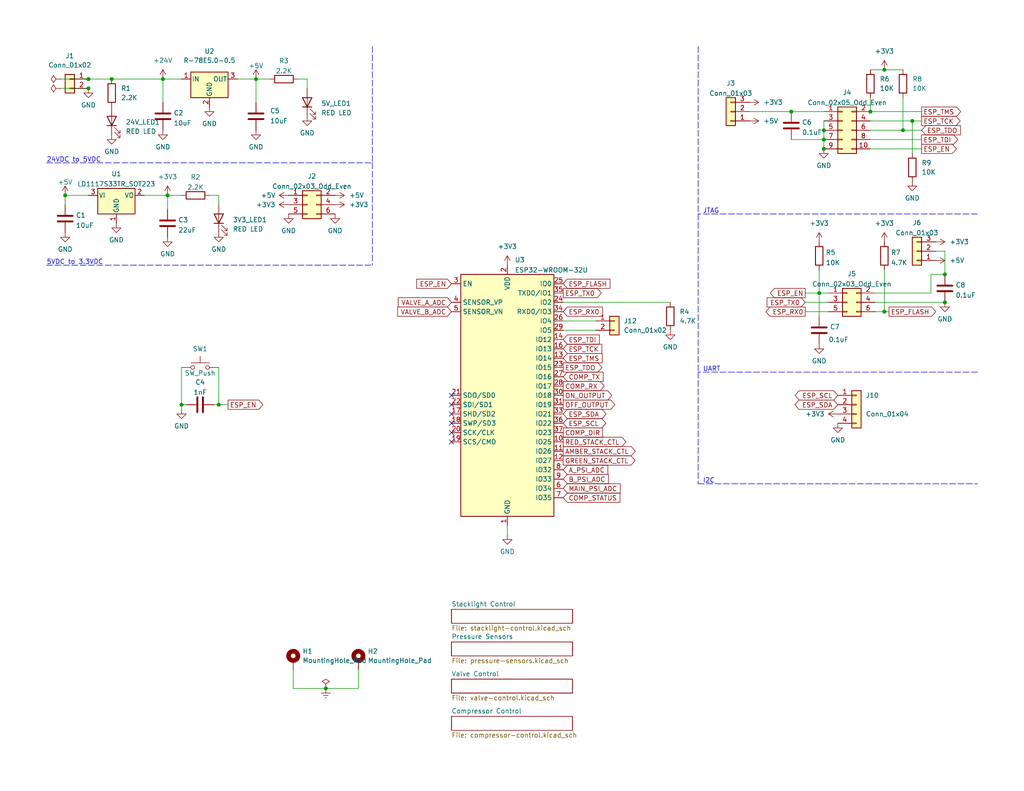
<source format=kicad_sch>
(kicad_sch (version 20211123) (generator eeschema)
  (paper "A")
  (title_block (title "ESPHome Air Compressor Controller Board") (date "2022-10-17") (rev "1") (company "i3Detroit"))
  (lib_symbols
    (symbol "Connector_Generic:Conn_01x02" (pin_names (offset 1.016) hide)
      (property "Reference" "J" (at 0 2.54 0))
      (property "Value" "Conn_01x02" (at 0 -5.08 0))
      (symbol "Conn_01x02_1_1"
        (rectangle (start -1.27 -2.413) (end 0 -2.667) (stroke (width 0.1524)))
        (rectangle (start -1.27 0.127) (end 0 -0.127) (stroke (width 0.1524)))
        (rectangle (start -1.27 1.27) (end 1.27 -3.81) (stroke (width 0.254)) (fill (type background)))
        (pin passive line (at -5.08 0 0) (length 3.81) (name "Pin_1") (number "1"))
        (pin passive line (at -5.08 -2.54 0) (length 3.81) (name "Pin_2") (number "2"))
      )
    )
    (symbol "Connector_Generic:Conn_01x03" (pin_names (offset 1.016) hide)
      (property "Reference" "J" (at 0 5.08 0))
      (property "Value" "Conn_01x03" (at 0 -5.08 0))
      (symbol "Conn_01x03_1_1"
        (rectangle (start -1.27 -2.413) (end 0 -2.667) (stroke (width 0.1524)))
        (rectangle (start -1.27 0.127) (end 0 -0.127) (stroke (width 0.1524)))
        (rectangle (start -1.27 2.667) (end 0 2.413) (stroke (width 0.1524)))
        (rectangle (start -1.27 3.81) (end 1.27 -3.81) (stroke (width 0.254)) (fill (type background)))
        (pin passive line (at -5.08 2.54 0) (length 3.81) (name "Pin_1") (number "1"))
        (pin passive line (at -5.08 0 0) (length 3.81) (name "Pin_2") (number "2"))
        (pin passive line (at -5.08 -2.54 0) (length 3.81) (name "Pin_3") (number "3"))
      )
    )
    (symbol "Connector_Generic:Conn_01x04" (pin_names (offset 1.016) hide)
      (property "Reference" "J" (at 0 5.08 0))
      (property "Value" "Conn_01x04" (at 0 -7.62 0))
      (symbol "Conn_01x04_1_1"
        (rectangle (start -1.27 -4.953) (end 0 -5.207) (stroke (width 0.1524)))
        (rectangle (start -1.27 -2.413) (end 0 -2.667) (stroke (width 0.1524)))
        (rectangle (start -1.27 0.127) (end 0 -0.127) (stroke (width 0.1524)))
        (rectangle (start -1.27 2.667) (end 0 2.413) (stroke (width 0.1524)))
        (rectangle (start -1.27 3.81) (end 1.27 -6.35) (stroke (width 0.254)) (fill (type background)))
        (pin passive line (at -5.08 2.54 0) (length 3.81) (name "Pin_1") (number "1"))
        (pin passive line (at -5.08 0 0) (length 3.81) (name "Pin_2") (number "2"))
        (pin passive line (at -5.08 -2.54 0) (length 3.81) (name "Pin_3") (number "3"))
        (pin passive line (at -5.08 -5.08 0) (length 3.81) (name "Pin_4") (number "4"))
      )
    )
    (symbol "Connector_Generic:Conn_02x03_Odd_Even" (pin_names (offset 1.016) hide)
      (property "Reference" "J" (at 1.27 5.08 0))
      (property "Value" "Conn_02x03_Odd_Even" (at 1.27 -5.08 0))
      (symbol "Conn_02x03_Odd_Even_1_1"
        (rectangle (start -1.27 -2.413) (end 0 -2.667) (stroke (width 0.1524)))
        (rectangle (start -1.27 0.127) (end 0 -0.127) (stroke (width 0.1524)))
        (rectangle (start -1.27 2.667) (end 0 2.413) (stroke (width 0.1524)))
        (rectangle (start -1.27 3.81) (end 3.81 -3.81) (stroke (width 0.254)) (fill (type background)))
        (rectangle (start 3.81 -2.413) (end 2.54 -2.667) (stroke (width 0.1524)))
        (rectangle (start 3.81 0.127) (end 2.54 -0.127) (stroke (width 0.1524)))
        (rectangle (start 3.81 2.667) (end 2.54 2.413) (stroke (width 0.1524)))
        (pin passive line (at -5.08 2.54 0) (length 3.81) (name "Pin_1") (number "1"))
        (pin passive line (at 7.62 2.54 180) (length 3.81) (name "Pin_2") (number "2"))
        (pin passive line (at -5.08 0 0) (length 3.81) (name "Pin_3") (number "3"))
        (pin passive line (at 7.62 0 180) (length 3.81) (name "Pin_4") (number "4"))
        (pin passive line (at -5.08 -2.54 0) (length 3.81) (name "Pin_5") (number "5"))
        (pin passive line (at 7.62 -2.54 180) (length 3.81) (name "Pin_6") (number "6"))
      )
    )
    (symbol "Connector_Generic:Conn_02x05_Odd_Even" (pin_names (offset 1.016) hide)
      (property "Reference" "J" (at 1.27 7.62 0))
      (property "Value" "Conn_02x05_Odd_Even" (at 1.27 -7.62 0))
      (symbol "Conn_02x05_Odd_Even_1_1"
        (rectangle (start -1.27 -4.953) (end 0 -5.207) (stroke (width 0.1524)))
        (rectangle (start -1.27 -2.413) (end 0 -2.667) (stroke (width 0.1524)))
        (rectangle (start -1.27 0.127) (end 0 -0.127) (stroke (width 0.1524)))
        (rectangle (start -1.27 2.667) (end 0 2.413) (stroke (width 0.1524)))
        (rectangle (start -1.27 5.207) (end 0 4.953) (stroke (width 0.1524)))
        (rectangle (start -1.27 6.35) (end 3.81 -6.35) (stroke (width 0.254)) (fill (type background)))
        (rectangle (start 3.81 -4.953) (end 2.54 -5.207) (stroke (width 0.1524)))
        (rectangle (start 3.81 -2.413) (end 2.54 -2.667) (stroke (width 0.1524)))
        (rectangle (start 3.81 0.127) (end 2.54 -0.127) (stroke (width 0.1524)))
        (rectangle (start 3.81 2.667) (end 2.54 2.413) (stroke (width 0.1524)))
        (rectangle (start 3.81 5.207) (end 2.54 4.953) (stroke (width 0.1524)))
        (pin passive line (at -5.08 5.08 0) (length 3.81) (name "Pin_1") (number "1"))
        (pin passive line (at 7.62 -5.08 180) (length 3.81) (name "Pin_10") (number "10"))
        (pin passive line (at 7.62 5.08 180) (length 3.81) (name "Pin_2") (number "2"))
        (pin passive line (at -5.08 2.54 0) (length 3.81) (name "Pin_3") (number "3"))
        (pin passive line (at 7.62 2.54 180) (length 3.81) (name "Pin_4") (number "4"))
        (pin passive line (at -5.08 0 0) (length 3.81) (name "Pin_5") (number "5"))
        (pin passive line (at 7.62 0 180) (length 3.81) (name "Pin_6") (number "6"))
        (pin passive line (at -5.08 -2.54 0) (length 3.81) (name "Pin_7") (number "7"))
        (pin passive line (at 7.62 -2.54 180) (length 3.81) (name "Pin_8") (number "8"))
        (pin passive line (at -5.08 -5.08 0) (length 3.81) (name "Pin_9") (number "9"))
      )
    )
    (symbol "Device:C" (pin_numbers hide) (pin_names (offset 0.254))
      (property "Reference" "C" (at 0.635 2.54 0))
      (property "Value" "C" (at 0.635 -2.54 0))
      (symbol "C_0_1"
        (polyline (pts (xy -2.032 -0.762) (xy 2.032 -0.762)) (stroke (width 0.508)))
        (polyline (pts (xy -2.032 0.762) (xy 2.032 0.762)) (stroke (width 0.508)))
      )
      (symbol "C_1_1"
        (pin passive line (at 0 3.81 270) (length 2.794) (name "~") (number "1"))
        (pin passive line (at 0 -3.81 90) (length 2.794) (name "~") (number "2"))
      )
    )
    (symbol "Device:LED" (pin_numbers hide) (pin_names (offset 1.016) hide)
      (property "Reference" "D" (at 0 2.54 0))
      (property "Value" "LED" (at 0 -2.54 0))
      (symbol "LED_0_1"
        (polyline (pts (xy -1.27 -1.27) (xy -1.27 1.27)) (stroke (width 0.254)))
        (polyline (pts (xy -1.27 0) (xy 1.27 0)))
        (polyline (pts (xy 1.27 -1.27) (xy 1.27 1.27) (xy -1.27 0) (xy 1.27 -1.27)) (stroke (width 0.254)))
        (polyline (pts (xy -3.048 -0.762) (xy -4.572 -2.286) (xy -3.81 -2.286) (xy -4.572 -2.286) (xy -4.572 -1.524)))
        (polyline (pts (xy -1.778 -0.762) (xy -3.302 -2.286) (xy -2.54 -2.286) (xy -3.302 -2.286) (xy -3.302 -1.524)))
      )
      (symbol "LED_1_1"
        (pin passive line (at -3.81 0 0) (length 2.54) (name "K") (number "1"))
        (pin passive line (at 3.81 0 180) (length 2.54) (name "A") (number "2"))
      )
    )
    (symbol "Device:R" (pin_numbers hide) (pin_names (offset 0))
      (property "Reference" "R" (at 2.032 0 90))
      (property "Value" "R" (at 0 0 90))
      (symbol "R_0_1"
        (rectangle (start -1.016 -2.54) (end 1.016 2.54) (stroke (width 0.254)))
      )
      (symbol "R_1_1"
        (pin passive line (at 0 3.81 270) (length 1.27) (name "~") (number "1"))
        (pin passive line (at 0 -3.81 90) (length 1.27) (name "~") (number "2"))
      )
    )
    (symbol "Mechanical:MountingHole_Pad" (pin_numbers hide) (pin_names (offset 1.016) hide)
      (property "Reference" "H" (at 0 6.35 0))
      (property "Value" "MountingHole_Pad" (at 0 4.445 0))
      (symbol "MountingHole_Pad_0_1"
        (circle (center 0 1.27) (radius 1.27) (stroke (width 1.27)))
      )
      (symbol "MountingHole_Pad_1_1"
        (pin input line (at 0 -2.54 90) (length 2.54) (name "1") (number "1"))
      )
    )
    (symbol "RF_Module:ESP32-WROOM-32U"
      (property "Reference" "U" (at -12.7 34.29 0))
      (property "Value" "ESP32-WROOM-32U" (at 1.27 34.29 0))
      (symbol "ESP32-WROOM-32U_0_1"
        (rectangle (start -12.7 33.02) (end 12.7 -33.02) (stroke (width 0.254)) (fill (type background)))
      )
      (symbol "ESP32-WROOM-32U_1_1"
        (pin power_in line (at 0 -35.56 90) (length 2.54) (name "GND") (number "1"))
        (pin bidirectional line (at 15.24 -12.7 180) (length 2.54) (name "IO25") (number "10"))
        (pin bidirectional line (at 15.24 -15.24 180) (length 2.54) (name "IO26") (number "11"))
        (pin bidirectional line (at 15.24 -17.78 180) (length 2.54) (name "IO27") (number "12"))
        (pin bidirectional line (at 15.24 10.16 180) (length 2.54) (name "IO14") (number "13"))
        (pin bidirectional line (at 15.24 15.24 180) (length 2.54) (name "IO12") (number "14"))
        (pin passive line (at 0 -35.56 90) (length 2.54) hide (name "GND") (number "15"))
        (pin bidirectional line (at 15.24 12.7 180) (length 2.54) (name "IO13") (number "16"))
        (pin bidirectional line (at -15.24 -5.08 0) (length 2.54) (name "SHD/SD2") (number "17"))
        (pin bidirectional line (at -15.24 -7.62 0) (length 2.54) (name "SWP/SD3") (number "18"))
        (pin bidirectional line (at -15.24 -12.7 0) (length 2.54) (name "SCS/CMD") (number "19"))
        (pin power_in line (at 0 35.56 270) (length 2.54) (name "VDD") (number "2"))
        (pin bidirectional line (at -15.24 -10.16 0) (length 2.54) (name "SCK/CLK") (number "20"))
        (pin bidirectional line (at -15.24 0 0) (length 2.54) (name "SDO/SD0") (number "21"))
        (pin bidirectional line (at -15.24 -2.54 0) (length 2.54) (name "SDI/SD1") (number "22"))
        (pin bidirectional line (at 15.24 7.62 180) (length 2.54) (name "IO15") (number "23"))
        (pin bidirectional line (at 15.24 25.4 180) (length 2.54) (name "IO2") (number "24"))
        (pin bidirectional line (at 15.24 30.48 180) (length 2.54) (name "IO0") (number "25"))
        (pin bidirectional line (at 15.24 20.32 180) (length 2.54) (name "IO4") (number "26"))
        (pin bidirectional line (at 15.24 5.08 180) (length 2.54) (name "IO16") (number "27"))
        (pin bidirectional line (at 15.24 2.54 180) (length 2.54) (name "IO17") (number "28"))
        (pin bidirectional line (at 15.24 17.78 180) (length 2.54) (name "IO5") (number "29"))
        (pin input line (at -15.24 30.48 0) (length 2.54) (name "EN") (number "3"))
        (pin bidirectional line (at 15.24 0 180) (length 2.54) (name "IO18") (number "30"))
        (pin bidirectional line (at 15.24 -2.54 180) (length 2.54) (name "IO19") (number "31"))
        (pin no_connect line (at -12.7 -27.94 0) (length 2.54) hide (name "NC") (number "32"))
        (pin bidirectional line (at 15.24 -5.08 180) (length 2.54) (name "IO21") (number "33"))
        (pin bidirectional line (at 15.24 22.86 180) (length 2.54) (name "RXD0/IO3") (number "34"))
        (pin bidirectional line (at 15.24 27.94 180) (length 2.54) (name "TXD0/IO1") (number "35"))
        (pin bidirectional line (at 15.24 -7.62 180) (length 2.54) (name "IO22") (number "36"))
        (pin bidirectional line (at 15.24 -10.16 180) (length 2.54) (name "IO23") (number "37"))
        (pin passive line (at 0 -35.56 90) (length 2.54) hide (name "GND") (number "38"))
        (pin passive line (at 0 -35.56 90) (length 2.54) hide (name "GND") (number "39"))
        (pin input line (at -15.24 25.4 0) (length 2.54) (name "SENSOR_VP") (number "4"))
        (pin input line (at -15.24 22.86 0) (length 2.54) (name "SENSOR_VN") (number "5"))
        (pin input line (at 15.24 -25.4 180) (length 2.54) (name "IO34") (number "6"))
        (pin input line (at 15.24 -27.94 180) (length 2.54) (name "IO35") (number "7"))
        (pin bidirectional line (at 15.24 -20.32 180) (length 2.54) (name "IO32") (number "8"))
        (pin bidirectional line (at 15.24 -22.86 180) (length 2.54) (name "IO33") (number "9"))
      )
    )
    (symbol "Regulator_Linear:LD1117S33TR_SOT223" (pin_names (offset 0.254))
      (property "Reference" "U" (at -3.81 3.175 0))
      (property "Value" "LD1117S33TR_SOT223" (at 0 3.175 0))
      (symbol "LD1117S33TR_SOT223_0_1"
        (rectangle (start -5.08 -5.08) (end 5.08 1.905) (stroke (width 0.254)) (fill (type background)))
      )
      (symbol "LD1117S33TR_SOT223_1_1"
        (pin power_in line (at 0 -7.62 90) (length 2.54) (name "GND") (number "1"))
        (pin power_out line (at 7.62 0 180) (length 2.54) (name "VO") (number "2"))
        (pin power_in line (at -7.62 0 0) (length 2.54) (name "VI") (number "3"))
      )
    )
    (symbol "Regulator_Switching:R-78E5.0-0.5" (pin_names (offset 0.254))
      (property "Reference" "U" (at -3.81 3.175 0))
      (property "Value" "R-78E5.0-0.5" (at 0 3.175 0))
      (symbol "R-78E5.0-0.5_0_1"
        (rectangle (start -5.08 1.905) (end 5.08 -5.08) (stroke (width 0.254)) (fill (type background)))
      )
      (symbol "R-78E5.0-0.5_1_1"
        (pin power_in line (at -7.62 0 0) (length 2.54) (name "IN") (number "1"))
        (pin power_in line (at 0 -7.62 90) (length 2.54) (name "GND") (number "2"))
        (pin power_out line (at 7.62 0 180) (length 2.54) (name "OUT") (number "3"))
      )
    )
    (symbol "Switch:SW_Push" (pin_numbers hide) (pin_names (offset 1.016) hide)
      (property "Reference" "SW" (at 1.27 2.54 0))
      (property "Value" "SW_Push" (at 0 -1.524 0))
      (symbol "SW_Push_0_1"
        (circle (center -2.032 0) (radius 0.508))
        (polyline (pts (xy 0 1.27) (xy 0 3.048)))
        (polyline (pts (xy 2.54 1.27) (xy -2.54 1.27)))
        (circle (center 2.032 0) (radius 0.508))
        (pin passive line (at -5.08 0 0) (length 2.54) (name "1") (number "1"))
        (pin passive line (at 5.08 0 180) (length 2.54) (name "2") (number "2"))
      )
    )
    (symbol "power:+24V" (power) (pin_names (offset 0))
      (property "Value" "+24V" (at 0 3.556 0))
      (symbol "+24V_0_1"
        (polyline (pts (xy -0.762 1.27) (xy 0 2.54)))
        (polyline (pts (xy 0 0) (xy 0 2.54)))
        (polyline (pts (xy 0 2.54) (xy 0.762 1.27)))
      )
      (symbol "+24V_1_1"
        (pin power_in line (at 0 0 90) (length 0) hide (name "+24V") (number "1"))
      )
    )
    (symbol "power:+3V3" (power) (pin_names (offset 0))
      (property "Value" "+3V3" (at 0 3.556 0))
      (symbol "+3V3_0_1"
        (polyline (pts (xy -0.762 1.27) (xy 0 2.54)))
        (polyline (pts (xy 0 0) (xy 0 2.54)))
        (polyline (pts (xy 0 2.54) (xy 0.762 1.27)))
      )
      (symbol "+3V3_1_1"
        (pin power_in line (at 0 0 90) (length 0) hide (name "+3V3") (number "1"))
      )
    )
    (symbol "power:+5V" (power) (pin_names (offset 0))
      (property "Value" "+5V" (at 0 3.556 0))
      (symbol "+5V_0_1"
        (polyline (pts (xy -0.762 1.27) (xy 0 2.54)))
        (polyline (pts (xy 0 0) (xy 0 2.54)))
        (polyline (pts (xy 0 2.54) (xy 0.762 1.27)))
      )
      (symbol "+5V_1_1"
        (pin power_in line (at 0 0 90) (length 0) hide (name "+5V") (number "1"))
      )
    )
    (symbol "power:Earth" (power) (pin_names (offset 0))
      (symbol "Earth_0_1"
        (polyline (pts (xy -0.635 -1.905) (xy 0.635 -1.905)))
        (polyline (pts (xy -0.127 -2.54) (xy 0.127 -2.54)))
        (polyline (pts (xy 0 -1.27) (xy 0 0)))
        (polyline (pts (xy 1.27 -1.27) (xy -1.27 -1.27)))
      )
      (symbol "Earth_1_1"
        (pin power_in line (at 0 0 270) (length 0) hide (name "Earth") (number "1"))
      )
    )
    (symbol "power:GND" (power) (pin_names (offset 0))
      (property "Value" "GND" (at 0 -3.81 0))
      (symbol "GND_0_1"
        (polyline (pts (xy 0 0) (xy 0 -1.27) (xy 1.27 -1.27) (xy 0 -2.54) (xy -1.27 -1.27) (xy 0 -1.27)))
      )
      (symbol "GND_1_1"
        (pin power_in line (at 0 0 270) (length 0) hide (name "GND") (number "1"))
      )
    )
    (symbol "power:PWR_FLAG" (power) (pin_numbers hide) (pin_names (offset 0) hide)
      (property "Value" "PWR_FLAG" (at 0 3.81 0))
      (symbol "PWR_FLAG_0_0"
        (pin power_out line (at 0 0 90) (length 0) (name "pwr") (number "1"))
      )
      (symbol "PWR_FLAG_0_1"
        (polyline (pts (xy 0 0) (xy 0 1.27) (xy -1.016 1.905) (xy 0 2.54) (xy 1.016 1.905) (xy 0 1.27)))
      )
    )
  )
  (junction (at 88.9 187.96))
  (junction (at 215.9 30.48))
  (junction (at 248.92 33.02))
  (junction (at 44.45 21.59))
  (junction (at 224.79 35.56))
  (junction (at 45.72 53.34))
  (junction (at 59.69 110.49))
  (junction (at 224.79 38.1))
  (junction (at 246.38 35.56))
  (junction (at 224.79 40.64))
  (junction (at 24.13 21.59))
  (junction (at 24.13 24.13))
  (junction (at 69.85 21.59))
  (junction (at 49.53 110.49))
  (junction (at 257.81 74.93))
  (junction (at 30.48 21.59))
  (junction (at 237.49 30.48))
  (junction (at 223.52 80.01))
  (junction (at 241.3 85.09))
  (junction (at 241.3 19.05))
  (junction (at 17.78 53.34))
  (junction (at 257.81 82.55))
  (no_connect (at 123.19 113.03))
  (no_connect (at 123.19 118.11))
  (no_connect (at 123.19 120.65))
  (no_connect (at 123.19 115.57))
  (no_connect (at 123.19 110.49))
  (no_connect (at 123.19 107.95))
  (wire (pts (xy 241.3 19.05) (xy 246.38 19.05)))
  (wire (pts (xy 88.9 187.96) (xy 97.79 187.96)))
  (polyline (pts (xy 190.5 12.7) (xy 190.5 58.42)))
  (wire (pts (xy 49.53 110.49) (xy 50.8 110.49)))
  (wire (pts (xy 219.71 80.01) (xy 223.52 80.01)))
  (wire (pts (xy 58.42 110.49) (xy 59.69 110.49)))
  (wire (pts (xy 17.78 53.34) (xy 17.78 55.88)))
  (wire (pts (xy 24.13 21.59) (xy 30.48 21.59)))
  (wire (pts (xy 219.71 85.09) (xy 226.06 85.09)))
  (wire (pts (xy 49.53 110.49) (xy 49.53 111.76)))
  (polyline (pts (xy 12.7 44.45) (xy 101.6 44.45)))
  (wire (pts (xy 138.43 143.51) (xy 138.43 146.05)))
  (wire (pts (xy 69.85 21.59) (xy 64.77 21.59)))
  (wire (pts (xy 248.92 41.91) (xy 248.92 33.02)))
  (wire (pts (xy 30.48 21.59) (xy 44.45 21.59)))
  (wire (pts (xy 238.76 82.55) (xy 257.81 82.55)))
  (wire (pts (xy 24.13 53.34) (xy 17.78 53.34)))
  (polyline (pts (xy 190.5 101.6) (xy 190.5 132.08)))
  (wire (pts (xy 237.49 30.48) (xy 237.49 26.67)))
  (wire (pts (xy 83.82 24.13) (xy 83.82 21.59)))
  (wire (pts (xy 241.3 73.66) (xy 241.3 85.09)))
  (wire (pts (xy 248.92 33.02) (xy 251.46 33.02)))
  (wire (pts (xy 238.76 80.01) (xy 254 80.01)))
  (wire (pts (xy 223.52 86.36) (xy 223.52 80.01)))
  (polyline (pts (xy 190.5 132.08) (xy 266.7 132.08)))
  (wire (pts (xy 224.79 38.1) (xy 224.79 40.64)))
  (wire (pts (xy 59.69 53.34) (xy 57.15 53.34)))
  (wire (pts (xy 237.49 38.1) (xy 251.46 38.1)))
  (wire (pts (xy 73.66 21.59) (xy 69.85 21.59)))
  (wire (pts (xy 69.85 27.94) (xy 69.85 21.59)))
  (wire (pts (xy 246.38 35.56) (xy 246.38 26.67)))
  (wire (pts (xy 237.49 30.48) (xy 251.46 30.48)))
  (polyline (pts (xy 190.5 58.42) (xy 190.5 101.6)))
  (wire (pts (xy 224.79 33.02) (xy 224.79 35.56)))
  (wire (pts (xy 215.9 30.48) (xy 224.79 30.48)))
  (wire (pts (xy 49.53 53.34) (xy 45.72 53.34)))
  (wire (pts (xy 219.71 82.55) (xy 226.06 82.55)))
  (wire (pts (xy 162.56 87.63) (xy 153.67 87.63)))
  (wire (pts (xy 49.53 100.33) (xy 49.53 110.49)))
  (polyline (pts (xy 266.7 58.42) (xy 190.5 58.42)))
  (wire (pts (xy 251.46 40.64) (xy 237.49 40.64)))
  (wire (pts (xy 59.69 110.49) (xy 59.69 100.33)))
  (polyline (pts (xy 101.6 12.7) (xy 101.6 44.45)))
  (wire (pts (xy 97.79 182.88) (xy 97.79 187.96)))
  (wire (pts (xy 44.45 21.59) (xy 49.53 21.59)))
  (polyline (pts (xy 101.6 44.45) (xy 101.6 72.39)))
  (wire (pts (xy 254 80.01) (xy 254 74.93)))
  (wire (pts (xy 83.82 21.59) (xy 81.28 21.59)))
  (wire (pts (xy 153.67 82.55) (xy 182.88 82.55)))
  (wire (pts (xy 16.51 21.59) (xy 24.13 21.59)))
  (wire (pts (xy 215.9 38.1) (xy 224.79 38.1)))
  (wire (pts (xy 162.56 90.17) (xy 153.67 90.17)))
  (wire (pts (xy 204.47 30.48) (xy 215.9 30.48)))
  (wire (pts (xy 223.52 80.01) (xy 226.06 80.01)))
  (wire (pts (xy 246.38 35.56) (xy 251.46 35.56)))
  (wire (pts (xy 254 74.93) (xy 257.81 74.93)))
  (polyline (pts (xy 12.7 72.39) (xy 101.6 72.39)))
  (wire (pts (xy 241.3 85.09) (xy 242.57 85.09)))
  (wire (pts (xy 44.45 27.94) (xy 44.45 21.59)))
  (wire (pts (xy 224.79 35.56) (xy 224.79 38.1)))
  (wire (pts (xy 88.9 187.96) (xy 80.01 187.96)))
  (wire (pts (xy 223.52 73.66) (xy 223.52 80.01)))
  (wire (pts (xy 257.81 68.58) (xy 257.81 74.93)))
  (wire (pts (xy 80.01 187.96) (xy 80.01 182.88)))
  (wire (pts (xy 59.69 110.49) (xy 62.23 110.49)))
  (wire (pts (xy 39.37 53.34) (xy 45.72 53.34)))
  (wire (pts (xy 241.3 85.09) (xy 238.76 85.09)))
  (wire (pts (xy 59.69 55.88) (xy 59.69 53.34)))
  (polyline (pts (xy 266.7 101.6) (xy 190.5 101.6)))
  (wire (pts (xy 237.49 33.02) (xy 248.92 33.02)))
  (wire (pts (xy 16.51 24.13) (xy 24.13 24.13)))
  (wire (pts (xy 237.49 19.05) (xy 241.3 19.05)))
  (wire (pts (xy 237.49 35.56) (xy 246.38 35.56)))
  (wire (pts (xy 45.72 53.34) (xy 45.72 57.15)))
  (wire (pts (xy 255.27 68.58) (xy 257.81 68.58)))
  (text "JTAG" (at 191.77 58.42 0) (effects (font (size 1.27 1.27)) (justify left bottom)))
  (text "UART" (at 191.77 101.6 0) (effects (font (size 1.27 1.27)) (justify left bottom)))
  (text "I2C" (at 191.77 132.08 0) (effects (font (size 1.27 1.27)) (justify left bottom)))
  (text "24VDC to 5VDC" (at 12.7 44.45 0) (effects (font (size 1.27 1.27)) (justify left bottom)))
  (text "5VDC to 3.3VDC" (at 12.7 72.39 0) (effects (font (size 1.27 1.27)) (justify left bottom)))
  (global_label "ESP_TX0" (shape output) (at 153.67 80.01 0) (property "Intersheet References" "${INTERSHEET_REFS}" (at 164.066 79.9306 0) (effects (justify left))))
  (global_label "ON_OUTPUT" (shape output) (at 153.67 107.95 0) (property "Intersheet References" "${INTERSHEET_REFS}" (at 166.9083 107.8706 0) (effects (justify left))))
  (global_label "ESP_TDI" (shape output) (at 251.46 38.1 0) (property "Intersheet References" "${INTERSHEET_REFS}" (at 261.3117 38.0206 0) (effects (justify left))))
  (global_label "ESP_TDI" (shape input) (at 153.67 92.71 0) (property "Intersheet References" "${INTERSHEET_REFS}" (at 163.5217 92.6306 0) (effects (justify left))))
  (global_label "ESP_EN" (shape output) (at 219.71 80.01 180) (property "Intersheet References" "${INTERSHEET_REFS}" (at 210.2212 80.0894 0) (effects (justify right))))
  (global_label "ESP_FLASH" (shape input) (at 153.67 77.47 0) (property "Intersheet References" "${INTERSHEET_REFS}" (at 166.4245 77.3906 0) (effects (justify left))))
  (global_label "ESP_TCK" (shape input) (at 153.67 95.25 0) (property "Intersheet References" "${INTERSHEET_REFS}" (at 164.1869 95.1706 0) (effects (justify left))))
  (global_label "RED_STACK_CTL" (shape output) (at 153.67 120.65 0) (property "Intersheet References" "${INTERSHEET_REFS}" (at 170.7788 120.5706 0) (effects (justify left))))
  (global_label "VALVE_B_ADC" (shape input) (at 123.19 85.09 180) (property "Intersheet References" "${INTERSHEET_REFS}" (at 108.5002 85.0106 0) (effects (justify right))))
  (global_label "ESP_RX0" (shape input) (at 153.67 85.09 0) (property "Intersheet References" "${INTERSHEET_REFS}" (at 164.3683 85.0106 0) (effects (justify left))))
  (global_label "ESP_TCK" (shape output) (at 251.46 33.02 0) (property "Intersheet References" "${INTERSHEET_REFS}" (at 261.9769 32.9406 0) (effects (justify left))))
  (global_label "B_PSI_ADC" (shape input) (at 153.67 130.81 0) (property "Intersheet References" "${INTERSHEET_REFS}" (at 166.0012 130.7306 0) (effects (justify left))))
  (global_label "COMP_STATUS" (shape input) (at 153.67 135.89 0) (property "Intersheet References" "${INTERSHEET_REFS}" (at 169.146 135.8106 0) (effects (justify left))))
  (global_label "COMP_DIR" (shape passive) (at 153.67 118.11 0) (property "Intersheet References" "${INTERSHEET_REFS}" (at 165.5174 118.0306 0) (effects (justify left))))
  (global_label "ESP_EN" (shape output) (at 251.46 40.64 0) (property "Intersheet References" "${INTERSHEET_REFS}" (at 260.9488 40.5606 0) (effects (justify left))))
  (global_label "ESP_TX0" (shape input) (at 219.71 82.55 180) (property "Intersheet References" "${INTERSHEET_REFS}" (at 209.314 82.4706 0) (effects (justify right))))
  (global_label "ESP_SCL" (shape bidirectional) (at 228.6 107.95 180) (property "Intersheet References" "${INTERSHEET_REFS}" (at 218.0831 107.8706 0) (effects (justify right))))
  (global_label "VALVE_A_ADC" (shape input) (at 123.19 82.55 180) (property "Intersheet References" "${INTERSHEET_REFS}" (at 108.6817 82.4706 0) (effects (justify right))))
  (global_label "ESP_SCL" (shape bidirectional) (at 153.67 115.57 0) (property "Intersheet References" "${INTERSHEET_REFS}" (at 164.1869 115.4906 0) (effects (justify left))))
  (global_label "ESP_SDA" (shape bidirectional) (at 228.6 110.49 180) (property "Intersheet References" "${INTERSHEET_REFS}" (at 218.0226 110.4106 0) (effects (justify right))))
  (global_label "ESP_RX0" (shape output) (at 219.71 85.09 180) (property "Intersheet References" "${INTERSHEET_REFS}" (at 209.0117 85.0106 0) (effects (justify right))))
  (global_label "A_PSI_ADC" (shape input) (at 153.67 128.27 0) (property "Intersheet References" "${INTERSHEET_REFS}" (at 165.8198 128.1906 0) (effects (justify left))))
  (global_label "MAIN_PSI_ADC" (shape input) (at 153.67 133.35 0) (property "Intersheet References" "${INTERSHEET_REFS}" (at 169.2064 133.2706 0) (effects (justify left))))
  (global_label "ESP_TDO" (shape input) (at 251.46 35.56 0) (property "Intersheet References" "${INTERSHEET_REFS}" (at 262.0374 35.4806 0) (effects (justify left))))
  (global_label "ESP_EN" (shape output) (at 62.23 110.49 0) (property "Intersheet References" "${INTERSHEET_REFS}" (at 71.7188 110.4106 0) (effects (justify left))))
  (global_label "OFF_OUTPUT" (shape output) (at 153.67 110.49 0) (property "Intersheet References" "${INTERSHEET_REFS}" (at 167.755 110.4106 0) (effects (justify left))))
  (global_label "GREEN_STACK_CTL" (shape output) (at 153.67 125.73 0) (property "Intersheet References" "${INTERSHEET_REFS}" (at 173.2583 125.6506 0) (effects (justify left))))
  (global_label "COMP_TX" (shape input) (at 153.67 102.87 0) (property "Intersheet References" "${INTERSHEET_REFS}" (at 164.5498 102.7906 0) (effects (justify left))))
  (global_label "ESP_SDA" (shape bidirectional) (at 153.67 113.03 0) (property "Intersheet References" "${INTERSHEET_REFS}" (at 164.2474 112.9506 0) (effects (justify left))))
  (global_label "ESP_TMS" (shape input) (at 153.67 97.79 0) (property "Intersheet References" "${INTERSHEET_REFS}" (at 164.3079 97.7106 0) (effects (justify left))))
  (global_label "ESP_FLASH" (shape output) (at 242.57 85.09 0) (property "Intersheet References" "${INTERSHEET_REFS}" (at 255.3245 85.0106 0) (effects (justify left))))
  (global_label "COMP_RX" (shape output) (at 153.67 105.41 0) (property "Intersheet References" "${INTERSHEET_REFS}" (at 164.8521 105.3306 0) (effects (justify left))))
  (global_label "ESP_TMS" (shape output) (at 251.46 30.48 0) (property "Intersheet References" "${INTERSHEET_REFS}" (at 262.0979 30.4006 0) (effects (justify left))))
  (global_label "AMBER_STACK_CTL" (shape output) (at 153.67 123.19 0) (property "Intersheet References" "${INTERSHEET_REFS}" (at 173.3188 123.1106 0) (effects (justify left))))
  (global_label "ESP_EN" (shape input) (at 123.19 77.47 180) (property "Intersheet References" "${INTERSHEET_REFS}" (at 113.7012 77.3906 0) (effects (justify right))))
  (global_label "ESP_TDO" (shape output) (at 153.67 100.33 0) (property "Intersheet References" "${INTERSHEET_REFS}" (at 164.2474 100.2506 0) (effects (justify left))))
  (symbol (lib_id "power:GND") (at 44.45 35.56 0) (unit 1)
    (property "Reference" "#PWR07" (effects hide))
    (property "Value" "GND" (at 44.45 40.1225 0))
  )
  (symbol (lib_id "power:PWR_FLAG") (at 88.9 187.96 0) (unit 1)
    (property "Reference" "#FLG0103" (effects hide))
    (property "Value" "PWR_FLAG" (effects hide))
  )
  (symbol (lib_id "Connector_Generic:Conn_01x04") (at 233.68 110.49 0) (unit 1)
    (property "Reference" "J10" (at 236.22 107.95 0) (effects (justify left)))
    (property "Value" "Conn_01x04" (at 236.22 113.0299 0) (effects (justify left)))
    (property "Footprint" "Connector_PinHeader_2.54mm:PinHeader_1x04_P2.54mm_Vertical" (effects hide))
  )
  (symbol (lib_id "Connector_Generic:Conn_01x03") (at 199.39 30.48 180) (unit 1)
    (property "Reference" "J3" (at 199.39 22.7035 0))
    (property "Value" "Conn_01x03" (at 199.39 25.4786 0))
    (property "Footprint" "Connector_PinHeader_2.54mm:PinHeader_1x03_P2.54mm_Vertical" (effects hide))
  )
  (symbol (lib_id "power:GND") (at 17.78 63.5 0) (unit 1)
    (property "Reference" "#PWR02" (effects hide))
    (property "Value" "GND" (at 17.78 68.0625 0))
  )
  (symbol (lib_id "Connector_Generic:Conn_01x03") (at 250.19 68.58 180) (unit 1)
    (property "Reference" "J6" (at 250.19 60.8035 0))
    (property "Value" "Conn_01x03" (at 250.19 63.5786 0))
    (property "Footprint" "Connector_PinHeader_2.54mm:PinHeader_1x03_P2.54mm_Vertical" (effects hide))
  )
  (symbol (lib_id "Device:LED") (at 30.48 33.02 90) (unit 1)
    (property "Reference" "24V_LED1" (at 34.29 33.3374 90) (effects (justify right)))
    (property "Value" "RED LED" (at 34.29 35.8774 90) (effects (justify right)))
    (property "Footprint" "LED_SMD:LED_0603_1608Metric" (effects hide))
  )
  (symbol (lib_id "power:GND") (at 24.13 24.13 0) (unit 1)
    (property "Reference" "#PWR03" (effects hide))
    (property "Value" "GND" (at 24.13 28.6925 0))
  )
  (symbol (lib_id "power:PWR_FLAG") (at 16.51 24.13 90) (unit 1)
    (property "Reference" "#FLG0101" (effects hide))
    (property "Value" "PWR_FLAG" (effects hide))
  )
  (symbol (lib_id "power:+5V") (at 78.74 53.34 90) (unit 1)
    (property "Reference" "#PWR015" (effects hide))
    (property "Value" "+5V" (at 71.12 53.34 90) (effects (justify right)))
  )
  (symbol (lib_id "power:Earth") (at 88.9 187.96 0) (unit 1)
    (property "Reference" "#PWR019" (effects hide))
    (property "Value" "Earth" (effects hide))
  )
  (symbol (lib_id "power:GND") (at 223.52 93.98 0) (unit 1)
    (property "Reference" "#PWR029" (effects hide))
    (property "Value" "GND" (at 223.52 98.5425 0))
  )
  (symbol (lib_id "Device:C") (at 223.52 90.17 0) (unit 1)
    (property "Reference" "C7" (at 226.441 89.2615 0) (effects (justify left)))
    (property "Value" "0.1uF" (at 226.06 92.71 0) (effects (justify left)))
    (property "Footprint" "Capacitor_SMD:C_0603_1608Metric" (effects hide))
  )
  (symbol (lib_id "power:+3V3") (at 91.44 55.88 270) (unit 1)
    (property "Reference" "#PWR021" (effects hide))
    (property "Value" "+3V3" (at 95.25 55.8799 90) (effects (justify left)))
  )
  (symbol (lib_id "Device:R") (at 53.34 53.34 90) (unit 1)
    (property "Reference" "R2" (at 53.34 48.3575 90))
    (property "Value" "2.2K" (at 53.34 51.1326 90))
    (property "Footprint" "Resistor_SMD:R_0603_1608Metric" (effects hide))
  )
  (symbol (lib_id "power:+5V") (at 204.47 33.02 270) (unit 1)
    (property "Reference" "#PWR027" (effects hide))
    (property "Value" "+5V" (at 208.28 33.0199 90) (effects (justify left)))
  )
  (symbol (lib_id "power:GND") (at 78.74 58.42 0) (unit 1)
    (property "Reference" "#PWR017" (effects hide))
    (property "Value" "GND" (at 78.74 62.9825 0))
  )
  (symbol (lib_id "Mechanical:MountingHole_Pad") (at 80.01 180.34 0) (unit 1)
    (property "Reference" "H1" (at 82.55 177.7999 0) (effects (justify left)))
    (property "Value" "MountingHole_Pad" (at 82.55 180.3399 0) (effects (justify left)))
    (property "Footprint" "MountingHole:MountingHole_3.2mm_M3_Pad" (effects hide))
  )
  (symbol (lib_id "power:+5V") (at 91.44 53.34 270) (unit 1)
    (property "Reference" "#PWR020" (effects hide))
    (property "Value" "+5V" (at 95.25 53.3399 90) (effects (justify left)))
  )
  (symbol (lib_id "power:+5V") (at 17.78 53.34 0) (unit 1)
    (property "Reference" "#PWR01" (effects hide))
    (property "Value" "+5V" (at 17.78 49.7355 0))
  )
  (symbol (lib_id "Connector_Generic:Conn_02x03_Odd_Even") (at 83.82 55.88 0) (unit 1)
    (property "Reference" "J2" (at 85.09 48.1035 0))
    (property "Value" "Conn_02x03_Odd_Even" (at 85.09 50.8786 0))
    (property "Footprint" "Connector_PinHeader_2.54mm:PinHeader_2x03_P2.54mm_Vertical" (effects hide))
  )
  (symbol (lib_id "Connector_Generic:Conn_02x05_Odd_Even") (at 229.87 35.56 0) (unit 1)
    (property "Reference" "J4" (at 231.14 25.2435 0))
    (property "Value" "Conn_02x05_Odd_Even" (at 231.14 28.0186 0))
    (property "Footprint" "Connector_IDC:IDC-Header_2x05_P2.54mm_Vertical" (effects hide))
  )
  (symbol (lib_id "power:+3V3") (at 241.3 66.04 0) (unit 1)
    (property "Reference" "#PWR032" (effects hide))
    (property "Value" "+3V3" (at 241.3 60.96 0))
  )
  (symbol (lib_id "Connector_Generic:Conn_02x03_Odd_Even") (at 231.14 82.55 0) (unit 1)
    (property "Reference" "J5" (at 232.41 74.7735 0))
    (property "Value" "Conn_02x03_Odd_Even" (at 232.41 77.5486 0))
    (property "Footprint" "Connector_IDC:IDC-Header_2x03_P2.54mm_Vertical" (effects hide))
  )
  (symbol (lib_id "Device:C") (at 215.9 34.29 0) (unit 1)
    (property "Reference" "C6" (at 218.821 33.3815 0) (effects (justify left)))
    (property "Value" "0.1uF" (at 218.821 36.1566 0) (effects (justify left)))
    (property "Footprint" "Capacitor_SMD:C_0603_1608Metric" (effects hide))
  )
  (symbol (lib_id "power:GND") (at 91.44 58.42 0) (unit 1)
    (property "Reference" "#PWR022" (effects hide))
    (property "Value" "GND" (at 91.44 62.9825 0))
  )
  (symbol (lib_id "Device:C") (at 54.61 110.49 90) (unit 1)
    (property "Reference" "C4" (at 54.61 104.3645 90))
    (property "Value" "1nF" (at 54.61 107.1396 90))
    (property "Footprint" "Capacitor_SMD:C_0603_1608Metric" (effects hide))
  )
  (symbol (lib_id "Device:R") (at 248.92 45.72 0) (unit 1)
    (property "Reference" "R9" (at 251.46 44.4499 0) (effects (justify left)))
    (property "Value" "10K" (at 251.46 46.9899 0) (effects (justify left)))
    (property "Footprint" "Resistor_SMD:R_0603_1608Metric" (effects hide))
  )
  (symbol (lib_id "power:GND") (at 83.82 31.75 0) (unit 1)
    (property "Reference" "#PWR018" (effects hide))
    (property "Value" "GND" (at 83.82 36.3125 0))
  )
  (symbol (lib_id "Device:LED") (at 59.69 59.69 90) (unit 1)
    (property "Reference" "3V3_LED1" (at 63.5 60.0074 90) (effects (justify right)))
    (property "Value" "RED LED" (at 63.5 62.5474 90) (effects (justify right)))
    (property "Footprint" "LED_SMD:LED_0603_1608Metric" (effects hide))
  )
  (symbol (lib_id "power:+3V3") (at 255.27 66.04 270) (unit 1)
    (property "Reference" "#PWR034" (effects hide))
    (property "Value" "+3V3" (at 259.08 66.0399 90) (effects (justify left)))
  )
  (symbol (lib_id "Device:C") (at 69.85 31.75 0) (unit 1)
    (property "Reference" "C5" (at 73.66 30.2449 0) (effects (justify left)))
    (property "Value" "10uF" (at 73.66 33.02 0) (effects (justify left)))
    (property "Footprint" "Capacitor_SMD:CP_Elec_4x4.5" (effects hide))
  )
  (symbol (lib_id "Device:R") (at 241.3 69.85 0) (unit 1)
    (property "Reference" "R7" (at 243.078 68.9415 0) (effects (justify left)))
    (property "Value" "4.7K" (at 243.078 71.7166 0) (effects (justify left)))
    (property "Footprint" "Resistor_SMD:R_0603_1608Metric" (effects hide))
  )
  (symbol (lib_id "Device:C") (at 17.78 59.69 0) (unit 1)
    (property "Reference" "C1" (at 20.701 58.7815 0) (effects (justify left)))
    (property "Value" "10uF" (at 20.701 61.5566 0) (effects (justify left)))
    (property "Footprint" "Capacitor_SMD:CP_Elec_4x4.5" (effects hide))
  )
  (symbol (lib_id "RF_Module:ESP32-WROOM-32U") (at 138.43 107.95 0) (unit 1)
    (property "Reference" "U3" (at 140.4494 70.9635 0) (effects (justify left)))
    (property "Value" "ESP32-WROOM-32U" (at 140.4494 73.7386 0) (effects (justify left)))
    (property "Footprint" "RF_Module:ESP32-WROOM-32U" (effects hide))
    (property "Datasheet" "https://www.espressif.com/sites/default/files/documentation/esp32-wroom-32d_esp32-wroom-32u_datasheet_en.pdf" (effects hide))
  )
  (symbol (lib_id "power:GND") (at 49.53 111.76 0) (unit 1)
    (property "Reference" "#PWR010" (effects hide))
    (property "Value" "GND" (at 49.53 116.3225 0))
  )
  (symbol (lib_id "power:GND") (at 30.48 36.83 0) (unit 1)
    (property "Reference" "#PWR04" (effects hide))
    (property "Value" "GND" (at 30.48 41.3925 0))
  )
  (symbol (lib_id "power:+24V") (at 44.45 21.59 0) (unit 1)
    (property "Reference" "#PWR06" (effects hide))
    (property "Value" "+24V" (at 44.45 16.51 0))
  )
  (symbol (lib_id "power:GND") (at 224.79 40.64 0) (unit 1)
    (property "Reference" "#PWR030" (effects hide))
    (property "Value" "GND" (at 224.79 45.2025 0))
  )
  (symbol (lib_id "Device:R") (at 223.52 69.85 0) (unit 1)
    (property "Reference" "R5" (at 225.298 68.9415 0) (effects (justify left)))
    (property "Value" "10K" (at 225.298 71.7166 0) (effects (justify left)))
    (property "Footprint" "Resistor_SMD:R_0603_1608Metric" (effects hide))
  )
  (symbol (lib_id "power:GND") (at 248.92 49.53 0) (unit 1)
    (property "Reference" "#PWR033" (effects hide))
    (property "Value" "GND" (at 248.92 54.0925 0))
  )
  (symbol (lib_id "power:+3V3") (at 204.47 27.94 270) (unit 1)
    (property "Reference" "#PWR026" (effects hide))
    (property "Value" "+3V3" (at 208.28 27.9399 90) (effects (justify left)))
  )
  (symbol (lib_id "power:+3V3") (at 138.43 72.39 0) (unit 1)
    (property "Reference" "#PWR023" (effects hide))
    (property "Value" "+3V3" (at 138.43 67.31 0))
  )
  (symbol (lib_id "power:GND") (at 138.43 146.05 0) (unit 1)
    (property "Reference" "#PWR024" (effects hide))
    (property "Value" "GND" (at 138.43 150.6125 0))
  )
  (symbol (lib_id "power:GND") (at 257.81 82.55 0) (unit 1)
    (property "Reference" "#PWR036" (effects hide))
    (property "Value" "GND" (at 257.81 87.1125 0))
  )
  (symbol (lib_id "Regulator_Switching:R-78E5.0-0.5") (at 57.15 21.59 0) (unit 1)
    (property "Reference" "U2" (at 57.15 13.97 0))
    (property "Value" "R-78E5.0-0.5" (at 57.15 16.51 0))
    (property "Footprint" "Converter_DCDC:Converter_DCDC_RECOM_R-78E-0.5_THT" (effects hide))
    (property "Datasheet" "https://www.recom-power.com/pdf/Innoline/R-78Exx-0.5.pdf" (effects hide))
  )
  (symbol (lib_id "Device:R") (at 182.88 86.36 0) (unit 1)
    (property "Reference" "R4" (at 185.42 85.0899 0) (effects (justify left)))
    (property "Value" "4.7K" (at 185.42 87.6299 0) (effects (justify left)))
    (property "Footprint" "Resistor_SMD:R_0603_1608Metric" (effects hide))
  )
  (symbol (lib_id "power:+3V3") (at 241.3 19.05 0) (unit 1)
    (property "Reference" "#PWR031" (effects hide))
    (property "Value" "+3V3" (at 241.3 13.97 0))
  )
  (symbol (lib_id "Device:R") (at 237.49 22.86 180) (unit 1)
    (property "Reference" "R6" (at 240.03 21.5899 0) (effects (justify right)))
    (property "Value" "10K" (at 240.03 24.1299 0) (effects (justify right)))
    (property "Footprint" "Resistor_SMD:R_0603_1608Metric" (effects hide))
  )
  (symbol (lib_id "power:GND") (at 69.85 35.56 0) (unit 1)
    (property "Reference" "#PWR014" (effects hide))
    (property "Value" "GND" (at 69.85 40.1225 0))
  )
  (symbol (lib_id "power:+3V3") (at 223.52 66.04 0) (unit 1)
    (property "Reference" "#PWR028" (effects hide))
    (property "Value" "+3V3" (at 223.52 60.96 0))
  )
  (symbol (lib_id "power:GND") (at 228.6 115.57 0) (unit 1)
    (property "Reference" "#PWR096" (effects hide))
    (property "Value" "GND" (at 228.6 120.1325 0))
  )
  (symbol (lib_id "Switch:SW_Push") (at 54.61 100.33 0) (unit 1)
    (property "Reference" "SW1" (at 54.61 95.25 0))
    (property "Value" "SW_Push" (at 54.61 101.854 0))
    (property "Footprint" "Button_Switch_THT:SW_TH_Tactile_Omron_B3F-10xx" (effects hide))
  )
  (symbol (lib_id "power:+3V3") (at 78.74 55.88 90) (unit 1)
    (property "Reference" "#PWR016" (effects hide))
    (property "Value" "+3V3" (at 69.85 55.88 90) (effects (justify right)))
  )
  (symbol (lib_id "Connector_Generic:Conn_01x02") (at 19.05 21.59 0) (mirror y) (unit 1)
    (property "Reference" "J1" (at 19.05 15.24 0))
    (property "Value" "Conn_01x02" (at 19.05 17.78 0))
    (property "Footprint" "TerminalBlock_WAGO:TerminalBlock_WAGO_236-402_1x02_P5.00mm_45Degree" (effects hide))
  )
  (symbol (lib_id "power:GND") (at 59.69 63.5 0) (unit 1)
    (property "Reference" "#PWR012" (effects hide))
    (property "Value" "GND" (at 59.69 68.0625 0))
  )
  (symbol (lib_id "Device:R") (at 246.38 22.86 180) (unit 1)
    (property "Reference" "R8" (at 248.92 21.5899 0) (effects (justify right)))
    (property "Value" "10K" (at 248.92 24.1299 0) (effects (justify right)))
    (property "Footprint" "Resistor_SMD:R_0603_1608Metric" (effects hide))
  )
  (symbol (lib_id "power:GND") (at 45.72 64.77 0) (unit 1)
    (property "Reference" "#PWR09" (effects hide))
    (property "Value" "GND" (at 45.72 69.3325 0))
  )
  (symbol (lib_id "power:GND") (at 182.88 90.17 0) (unit 1)
    (property "Reference" "#PWR025" (effects hide))
    (property "Value" "GND" (at 182.88 94.7325 0))
  )
  (symbol (lib_id "Device:C") (at 45.72 60.96 0) (unit 1)
    (property "Reference" "C3" (at 48.641 60.0515 0) (effects (justify left)))
    (property "Value" "22uF" (at 48.641 62.8266 0) (effects (justify left)))
    (property "Footprint" "Capacitor_SMD:CP_Elec_4x4.5" (effects hide))
  )
  (symbol (lib_id "Device:C") (at 257.81 78.74 0) (unit 1)
    (property "Reference" "C8" (at 260.731 77.8315 0) (effects (justify left)))
    (property "Value" "0.1uF" (at 260.731 80.6066 0) (effects (justify left)))
    (property "Footprint" "Capacitor_SMD:C_0603_1608Metric" (effects hide))
  )
  (symbol (lib_id "power:+5V") (at 69.85 21.59 0) (unit 1)
    (property "Reference" "#PWR013" (effects hide))
    (property "Value" "+5V" (at 69.85 17.9855 0))
  )
  (symbol (lib_id "Mechanical:MountingHole_Pad") (at 97.79 180.34 0) (unit 1)
    (property "Reference" "H2" (at 100.33 177.7999 0) (effects (justify left)))
    (property "Value" "MountingHole_Pad" (at 100.33 180.3399 0) (effects (justify left)))
    (property "Footprint" "MountingHole:MountingHole_3.2mm_M3_Pad" (effects hide))
  )
  (symbol (lib_id "Regulator_Linear:LD1117S33TR_SOT223") (at 31.75 53.34 0) (unit 1)
    (property "Reference" "U1" (at 31.75 47.4685 0))
    (property "Value" "LD1117S33TR_SOT223" (at 31.75 50.2436 0))
    (property "Footprint" "Package_TO_SOT_SMD:SOT-223-3_TabPin2" (effects hide))
    (property "Datasheet" "http://www.st.com/st-web-ui/static/active/en/resource/technical/document/datasheet/CD00000544.pdf" (effects hide))
  )
  (symbol (lib_id "Device:LED") (at 83.82 27.94 90) (unit 1)
    (property "Reference" "5V_LED1" (at 87.63 28.2574 90) (effects (justify right)))
    (property "Value" "RED LED" (at 87.63 30.7974 90) (effects (justify right)))
    (property "Footprint" "LED_SMD:LED_0603_1608Metric" (effects hide))
  )
  (symbol (lib_id "Device:C") (at 44.45 31.75 0) (unit 1)
    (property "Reference" "C2" (at 47.371 30.8415 0) (effects (justify left)))
    (property "Value" "10uF" (at 47.371 33.6166 0) (effects (justify left)))
    (property "Footprint" "Capacitor_SMD:CP_Elec_4x4.5" (effects hide))
  )
  (symbol (lib_id "power:GND") (at 57.15 29.21 0) (unit 1)
    (property "Reference" "#PWR011" (effects hide))
    (property "Value" "GND" (at 57.15 33.7725 0))
  )
  (symbol (lib_id "power:+3V3") (at 45.72 53.34 0) (unit 1)
    (property "Reference" "#PWR08" (effects hide))
    (property "Value" "+3V3" (at 45.72 48.26 0))
  )
  (symbol (lib_id "Connector_Generic:Conn_01x02") (at 167.64 87.63 0) (unit 1)
    (property "Reference" "J12" (at 170.18 87.6299 0) (effects (justify left)))
    (property "Value" "Conn_01x02" (at 170.18 90.1699 0) (effects (justify left)))
    (property "Footprint" "Connector_PinHeader_2.54mm:PinHeader_1x02_P2.54mm_Vertical" (effects hide))
  )
  (symbol (lib_id "power:+3V3") (at 228.6 113.03 90) (unit 1)
    (property "Reference" "#PWR095" (effects hide))
    (property "Value" "+3V3" (at 219.71 113.03 90) (effects (justify right)))
  )
  (symbol (lib_id "power:PWR_FLAG") (at 16.51 21.59 90) (unit 1)
    (property "Reference" "#FLG0102" (effects hide))
    (property "Value" "PWR_FLAG" (effects hide))
  )
  (symbol (lib_id "power:GND") (at 31.75 60.96 0) (unit 1)
    (property "Reference" "#PWR05" (effects hide))
    (property "Value" "GND" (at 31.75 65.5225 0))
  )
  (symbol (lib_id "power:+5V") (at 255.27 71.12 270) (unit 1)
    (property "Reference" "#PWR035" (effects hide))
    (property "Value" "+5V" (at 259.08 71.1199 90) (effects (justify left)))
  )
  (symbol (lib_id "Device:R") (at 30.48 25.4 180) (unit 1)
    (property "Reference" "R1" (at 33.02 24.1299 0) (effects (justify right)))
    (property "Value" "2.2K" (at 33.02 26.6699 0) (effects (justify right)))
    (property "Footprint" "Resistor_SMD:R_0603_1608Metric" (effects hide))
  )
  (symbol (lib_id "Device:R") (at 77.47 21.59 90) (unit 1)
    (property "Reference" "R3" (at 77.47 16.6075 90))
    (property "Value" "2.2K" (at 77.47 19.3826 90))
    (property "Footprint" "Resistor_SMD:R_0603_1608Metric" (effects hide))
  )
  (sheet (at 123.19 166.37) (size 33.02 3.81) (stroke (width 0.1524))
    (property "Sheet name" "Stacklight Control" (at 123.19 165.6584 0) (effects (justify left bottom)))
    (property "Sheet file" "stacklight-control.kicad_sch" (at 123.19 170.7646 0) (effects (justify left top)))
  )
  (sheet (at 123.19 175.26) (size 33.02 3.81) (stroke (width 0.1524))
    (property "Sheet name" "Pressure Sensors" (at 123.19 174.5484 0) (effects (justify left bottom)))
    (property "Sheet file" "pressure-sensors.kicad_sch" (at 123.19 179.6546 0) (effects (justify left top)))
  )
  (sheet (at 123.19 195.58) (size 33.02 3.81) (stroke (width 0.1524))
    (property "Sheet name" "Compressor Control" (at 123.19 194.8684 0) (effects (justify left bottom)))
    (property "Sheet file" "compressor-control.kicad_sch" (at 123.19 199.9746 0) (effects (justify left top)))
  )
  (sheet (at 123.19 185.42) (size 33.02 3.81) (stroke (width 0.1524))
    (property "Sheet name" "Valve Control" (at 123.19 184.7084 0) (effects (justify left bottom)))
    (property "Sheet file" "valve-control.kicad_sch" (at 123.19 189.8146 0) (effects (justify left top)))
  )
)
</source>
